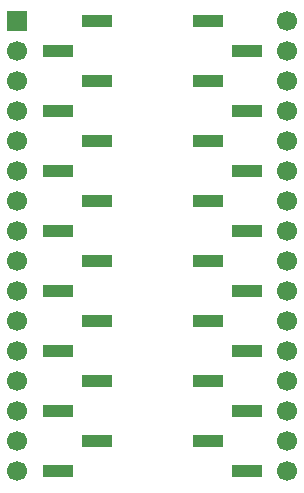
<source format=gbs>
G04 #@! TF.GenerationSoftware,KiCad,Pcbnew,9.0.6*
G04 #@! TF.CreationDate,2026-01-07T21:29:58-06:00*
G04 #@! TF.ProjectId,QFP-32_7x7_P0.8,5146502d-3332-45f3-9778-375f50302e38,rev?*
G04 #@! TF.SameCoordinates,Original*
G04 #@! TF.FileFunction,Soldermask,Bot*
G04 #@! TF.FilePolarity,Negative*
%FSLAX46Y46*%
G04 Gerber Fmt 4.6, Leading zero omitted, Abs format (unit mm)*
G04 Created by KiCad (PCBNEW 9.0.6) date 2026-01-07 21:29:58*
%MOMM*%
%LPD*%
G01*
G04 APERTURE LIST*
%ADD10R,1.700000X1.700000*%
%ADD11C,1.700000*%
%ADD12R,2.510000X1.000000*%
G04 APERTURE END LIST*
D10*
X127000000Y-101600000D03*
D11*
X127000000Y-104140000D03*
X127000000Y-106680000D03*
X127000000Y-109220000D03*
X127000000Y-111760000D03*
X127000000Y-114300000D03*
X127000000Y-116840000D03*
X127000000Y-119380000D03*
X127000000Y-121920000D03*
X127000000Y-124460000D03*
X127000000Y-127000000D03*
X127000000Y-129540000D03*
X127000000Y-132080000D03*
X127000000Y-134620000D03*
X127000000Y-137160000D03*
X127000000Y-139700000D03*
X149860000Y-101600000D03*
X149860000Y-104140000D03*
X149860000Y-106680000D03*
X149860000Y-109220000D03*
X149860000Y-111760000D03*
X149860000Y-114300000D03*
X149860000Y-116840000D03*
X149860000Y-119380000D03*
X149860000Y-121920000D03*
X149860000Y-124460000D03*
X149860000Y-127000000D03*
X149860000Y-129540000D03*
X149860000Y-132080000D03*
X149860000Y-134620000D03*
X149860000Y-137160000D03*
X149860000Y-139700000D03*
D12*
X133735000Y-101596642D03*
X130425000Y-104136642D03*
X133735000Y-106676642D03*
X130425000Y-109216642D03*
X133735000Y-111756642D03*
X130425000Y-114296642D03*
X133735000Y-116836642D03*
X130425000Y-119376642D03*
X133735000Y-121916642D03*
X130425000Y-124456642D03*
X133735000Y-126996642D03*
X130425000Y-129536642D03*
X133735000Y-132076642D03*
X130425000Y-134616642D03*
X133735000Y-137156642D03*
X130425000Y-139696642D03*
X143125000Y-101596642D03*
X146435000Y-104136642D03*
X143125000Y-106676642D03*
X146435000Y-109216642D03*
X143125000Y-111756642D03*
X146435000Y-114296642D03*
X143125000Y-116836642D03*
X146435000Y-119376642D03*
X143125000Y-121916642D03*
X146435000Y-124456642D03*
X143125000Y-126996642D03*
X146435000Y-129536642D03*
X143125000Y-132076642D03*
X146435000Y-134616642D03*
X143125000Y-137156642D03*
X146435000Y-139696642D03*
M02*

</source>
